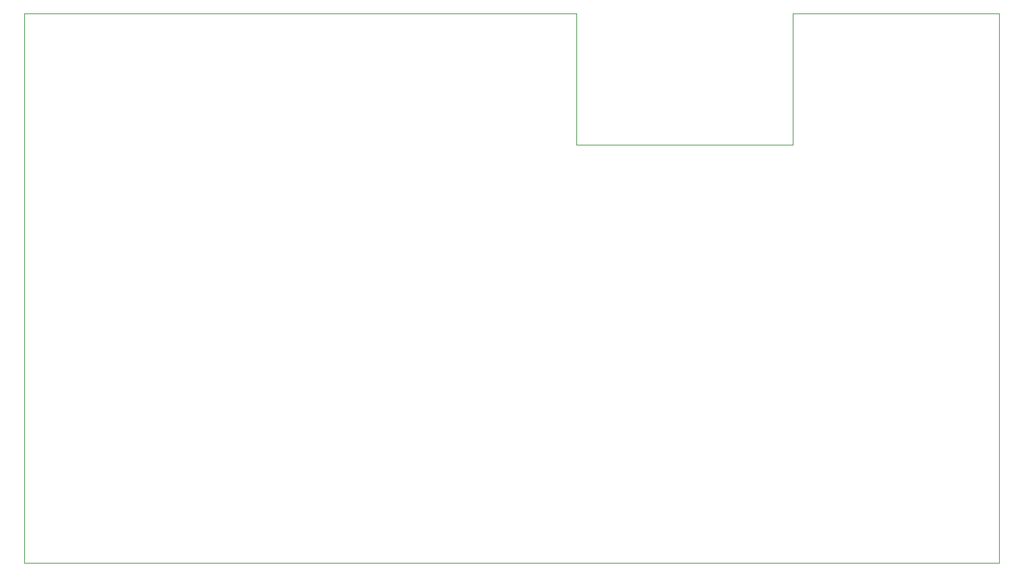
<source format=gbr>
G04 #@! TF.GenerationSoftware,KiCad,Pcbnew,(5.1.2)-1*
G04 #@! TF.CreationDate,2019-06-14T16:17:24+05:00*
G04 #@! TF.ProjectId,evend-adapter,6576656e-642d-4616-9461-707465722e6b,rev?*
G04 #@! TF.SameCoordinates,Original*
G04 #@! TF.FileFunction,Profile,NP*
%FSLAX46Y46*%
G04 Gerber Fmt 4.6, Leading zero omitted, Abs format (unit mm)*
G04 Created by KiCad (PCBNEW (5.1.2)-1) date 2019-06-14 16:17:24*
%MOMM*%
%LPD*%
G04 APERTURE LIST*
%ADD10C,0.050000*%
G04 APERTURE END LIST*
D10*
X116586000Y-106426000D02*
X47244000Y-106426000D01*
X116586000Y-122936000D02*
X116586000Y-106426000D01*
X143764000Y-122936000D02*
X116586000Y-122936000D01*
X143764000Y-106426000D02*
X143764000Y-122936000D01*
X169672000Y-106426000D02*
X143764000Y-106426000D01*
X169672000Y-175514000D02*
X169672000Y-106426000D01*
X47244000Y-175514000D02*
X169672000Y-175514000D01*
X47244000Y-106426000D02*
X47244000Y-175514000D01*
M02*

</source>
